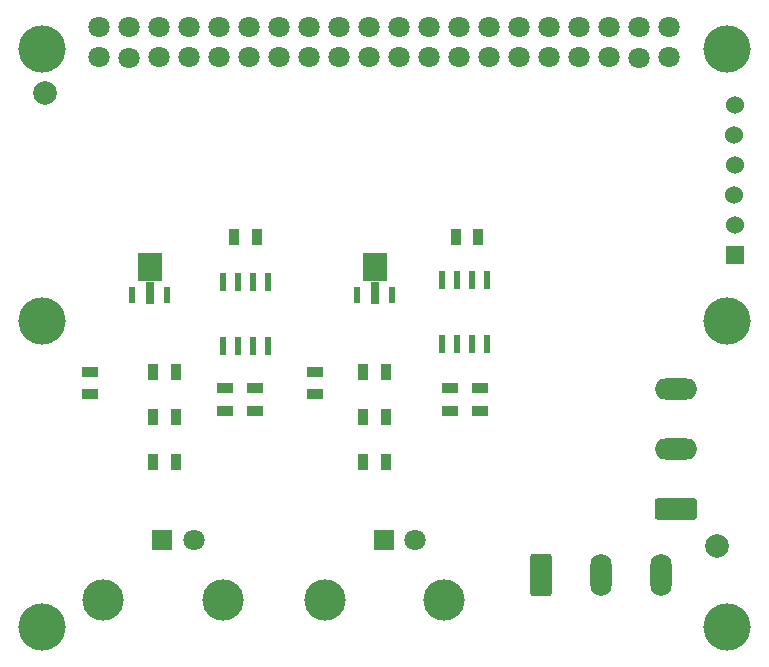
<source format=gbs>
%TF.GenerationSoftware,KiCad,Pcbnew,(6.0.0-0)*%
%TF.CreationDate,2022-02-05T16:32:57-08:00*%
%TF.ProjectId,tentacle-raspi,74656e74-6163-46c6-952d-72617370692e,1.0*%
%TF.SameCoordinates,Original*%
%TF.FileFunction,Soldermask,Bot*%
%TF.FilePolarity,Negative*%
%FSLAX46Y46*%
G04 Gerber Fmt 4.6, Leading zero omitted, Abs format (unit mm)*
G04 Created by KiCad (PCBNEW (6.0.0-0)) date 2022-02-05 16:32:57*
%MOMM*%
%LPD*%
G01*
G04 APERTURE LIST*
G04 Aperture macros list*
%AMRoundRect*
0 Rectangle with rounded corners*
0 $1 Rounding radius*
0 $2 $3 $4 $5 $6 $7 $8 $9 X,Y pos of 4 corners*
0 Add a 4 corners polygon primitive as box body*
4,1,4,$2,$3,$4,$5,$6,$7,$8,$9,$2,$3,0*
0 Add four circle primitives for the rounded corners*
1,1,$1+$1,$2,$3*
1,1,$1+$1,$4,$5*
1,1,$1+$1,$6,$7*
1,1,$1+$1,$8,$9*
0 Add four rect primitives between the rounded corners*
20,1,$1+$1,$2,$3,$4,$5,0*
20,1,$1+$1,$4,$5,$6,$7,0*
20,1,$1+$1,$6,$7,$8,$9,0*
20,1,$1+$1,$8,$9,$2,$3,0*%
G04 Aperture macros list end*
%ADD10C,4.000000*%
%ADD11R,1.524000X1.524000*%
%ADD12C,1.524000*%
%ADD13C,3.500000*%
%ADD14R,1.800000X1.800000*%
%ADD15C,1.800000*%
%ADD16RoundRect,0.250000X-0.650000X-1.550000X0.650000X-1.550000X0.650000X1.550000X-0.650000X1.550000X0*%
%ADD17O,1.800000X3.600000*%
%ADD18RoundRect,0.250000X1.550000X-0.650000X1.550000X0.650000X-1.550000X0.650000X-1.550000X-0.650000X0*%
%ADD19O,3.600000X1.800000*%
%ADD20R,0.889000X1.397000*%
%ADD21R,1.397000X0.889000*%
%ADD22R,0.570000X1.400000*%
%ADD23R,2.000000X2.450000*%
%ADD24R,0.650000X1.900000*%
%ADD25R,0.600000X1.550000*%
%ADD26C,2.000000*%
G04 APERTURE END LIST*
D10*
%TO.C,PI_Board*%
X109000000Y-110545500D03*
X167000000Y-110545500D03*
X167000000Y-61545500D03*
X109000000Y-61545500D03*
%TD*%
D11*
%TO.C,P101*%
X167640000Y-78994000D03*
D12*
X167703500Y-76454000D03*
X167576500Y-73914000D03*
X167703500Y-71374000D03*
X167576500Y-68834000D03*
X167640000Y-66294000D03*
%TD*%
D13*
%TO.C,P201*%
X114186500Y-108250000D03*
X124313500Y-108250000D03*
D14*
X119186500Y-103170000D03*
D15*
X121853500Y-103170000D03*
%TD*%
D13*
%TO.C,P301*%
X132936500Y-108250000D03*
X143063500Y-108250000D03*
D14*
X137936500Y-103170000D03*
D15*
X140603500Y-103170000D03*
%TD*%
%TO.C,PI_BOARD101*%
X113870000Y-62270000D03*
X113870000Y-59730000D03*
X116410000Y-62333500D03*
X116410000Y-59666500D03*
X118950000Y-62270000D03*
X118950000Y-59730000D03*
X121490000Y-62270000D03*
X121490000Y-59730000D03*
X124030000Y-62270000D03*
X124030000Y-59730000D03*
X126570000Y-62270000D03*
X126570000Y-59730000D03*
X129110000Y-62270000D03*
X129110000Y-59730000D03*
X131650000Y-62270000D03*
X131650000Y-59730000D03*
X134190000Y-62270000D03*
X134190000Y-59730000D03*
X136730000Y-62270000D03*
X136730000Y-59730000D03*
X139270000Y-62270000D03*
X139270000Y-59730000D03*
X141810000Y-62270000D03*
X141810000Y-59730000D03*
X144350000Y-62270000D03*
X144350000Y-59730000D03*
X146890000Y-62270000D03*
X146890000Y-59730000D03*
X149430000Y-62270000D03*
X149430000Y-59730000D03*
X151970000Y-62270000D03*
X151970000Y-59730000D03*
X154510000Y-62270000D03*
X154510000Y-59730000D03*
X157050000Y-62270000D03*
X157050000Y-59730000D03*
X159590000Y-62333500D03*
X159590000Y-59666500D03*
X162130000Y-62270000D03*
X162130000Y-59730000D03*
%TD*%
D10*
%TO.C,*%
X167000000Y-84600000D03*
%TD*%
D16*
%TO.C,J1*%
X151275000Y-106067500D03*
D17*
X156355000Y-106067500D03*
X161435000Y-106067500D03*
%TD*%
D18*
%TO.C,J2*%
X162667500Y-100525000D03*
D19*
X162667500Y-95445000D03*
X162667500Y-90365000D03*
%TD*%
D10*
%TO.C,*%
X109000000Y-84600000D03*
%TD*%
D20*
%TO.C,C201*%
X118427500Y-92710000D03*
X120332500Y-92710000D03*
%TD*%
D21*
%TO.C,C202*%
X113030000Y-90805000D03*
X113030000Y-88900000D03*
%TD*%
D20*
%TO.C,C203*%
X118427500Y-88900000D03*
X120332500Y-88900000D03*
%TD*%
%TO.C,C204*%
X118427500Y-96520000D03*
X120332500Y-96520000D03*
%TD*%
%TO.C,C205*%
X127202500Y-77470000D03*
X125297500Y-77470000D03*
%TD*%
%TO.C,C301*%
X136207500Y-92710000D03*
X138112500Y-92710000D03*
%TD*%
D21*
%TO.C,C302*%
X132080000Y-90805000D03*
X132080000Y-88900000D03*
%TD*%
D20*
%TO.C,C303*%
X136207500Y-88900000D03*
X138112500Y-88900000D03*
%TD*%
%TO.C,C304*%
X136207500Y-96520000D03*
X138112500Y-96520000D03*
%TD*%
%TO.C,C305*%
X145952500Y-77470000D03*
X144047500Y-77470000D03*
%TD*%
D21*
%TO.C,R201*%
X124460000Y-92202500D03*
X124460000Y-90297500D03*
%TD*%
%TO.C,R202*%
X127000000Y-90297500D03*
X127000000Y-92202500D03*
%TD*%
%TO.C,R301*%
X143510000Y-92202500D03*
X143510000Y-90297500D03*
%TD*%
%TO.C,R302*%
X146050000Y-90297500D03*
X146050000Y-92202500D03*
%TD*%
D22*
%TO.C,REG201*%
X119610000Y-82435000D03*
D23*
X118110000Y-80010000D03*
D24*
X118110000Y-82185000D03*
D22*
X116610000Y-82435000D03*
%TD*%
%TO.C,REG301*%
X138660000Y-82435000D03*
D24*
X137160000Y-82185000D03*
D23*
X137160000Y-80010000D03*
D22*
X135660000Y-82435000D03*
%TD*%
D25*
%TO.C,SIG_ISO301*%
X146685000Y-86520000D03*
X145415000Y-86520000D03*
X144145000Y-86520000D03*
X142875000Y-86520000D03*
X142875000Y-81120000D03*
X144145000Y-81120000D03*
X145415000Y-81120000D03*
X146685000Y-81120000D03*
%TD*%
%TO.C,SIG_ISO201*%
X128155000Y-86680000D03*
X126885000Y-86680000D03*
X125615000Y-86680000D03*
X124345000Y-86680000D03*
X124345000Y-81280000D03*
X125615000Y-81280000D03*
X126885000Y-81280000D03*
X128155000Y-81280000D03*
%TD*%
D26*
%TO.C,fiducial*%
X109220000Y-65278000D03*
%TD*%
%TO.C,fiducial*%
X166116000Y-103632000D03*
%TD*%
M02*

</source>
